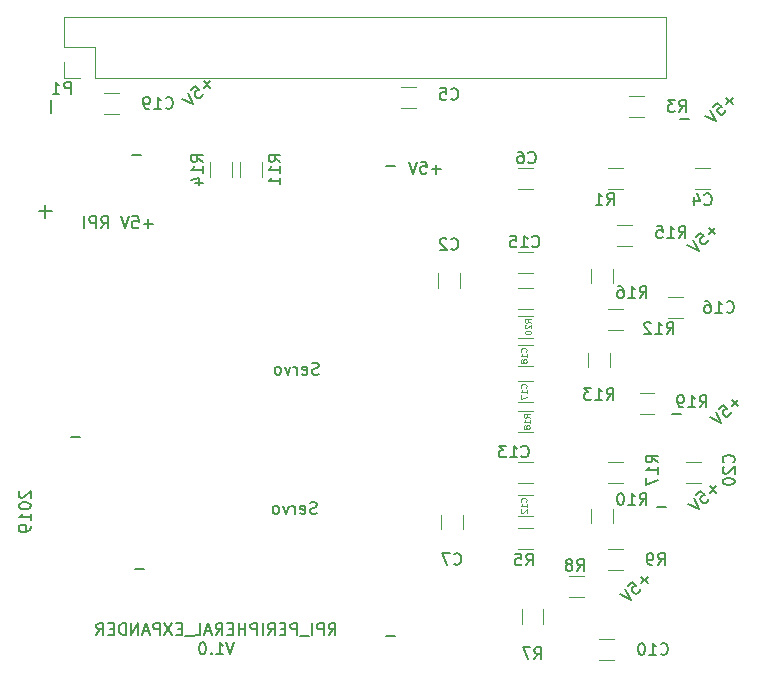
<source format=gbo>
G04 #@! TF.GenerationSoftware,KiCad,Pcbnew,5.1.2-f72e74a~84~ubuntu18.04.1*
G04 #@! TF.CreationDate,2019-08-12T01:15:30+02:00*
G04 #@! TF.ProjectId,RPI_Peripheral_Expander,5250495f-5065-4726-9970-686572616c5f,rev?*
G04 #@! TF.SameCoordinates,Original*
G04 #@! TF.FileFunction,Legend,Bot*
G04 #@! TF.FilePolarity,Positive*
%FSLAX46Y46*%
G04 Gerber Fmt 4.6, Leading zero omitted, Abs format (unit mm)*
G04 Created by KiCad (PCBNEW 5.1.2-f72e74a~84~ubuntu18.04.1) date 2019-08-12 01:15:30*
%MOMM*%
%LPD*%
G04 APERTURE LIST*
%ADD10C,0.150000*%
%ADD11C,0.120000*%
%ADD12C,0.125000*%
G04 APERTURE END LIST*
D10*
X228577942Y-125157161D02*
X228435085Y-125204780D01*
X228196990Y-125204780D01*
X228101752Y-125157161D01*
X228054133Y-125109542D01*
X228006514Y-125014304D01*
X228006514Y-124919066D01*
X228054133Y-124823828D01*
X228101752Y-124776209D01*
X228196990Y-124728590D01*
X228387466Y-124680971D01*
X228482704Y-124633352D01*
X228530323Y-124585733D01*
X228577942Y-124490495D01*
X228577942Y-124395257D01*
X228530323Y-124300019D01*
X228482704Y-124252400D01*
X228387466Y-124204780D01*
X228149371Y-124204780D01*
X228006514Y-124252400D01*
X227196990Y-125157161D02*
X227292228Y-125204780D01*
X227482704Y-125204780D01*
X227577942Y-125157161D01*
X227625561Y-125061923D01*
X227625561Y-124680971D01*
X227577942Y-124585733D01*
X227482704Y-124538114D01*
X227292228Y-124538114D01*
X227196990Y-124585733D01*
X227149371Y-124680971D01*
X227149371Y-124776209D01*
X227625561Y-124871447D01*
X226720800Y-125204780D02*
X226720800Y-124538114D01*
X226720800Y-124728590D02*
X226673180Y-124633352D01*
X226625561Y-124585733D01*
X226530323Y-124538114D01*
X226435085Y-124538114D01*
X226196990Y-124538114D02*
X225958895Y-125204780D01*
X225720800Y-124538114D01*
X225196990Y-125204780D02*
X225292228Y-125157161D01*
X225339847Y-125109542D01*
X225387466Y-125014304D01*
X225387466Y-124728590D01*
X225339847Y-124633352D01*
X225292228Y-124585733D01*
X225196990Y-124538114D01*
X225054133Y-124538114D01*
X224958895Y-124585733D01*
X224911276Y-124633352D01*
X224863657Y-124728590D01*
X224863657Y-125014304D01*
X224911276Y-125109542D01*
X224958895Y-125157161D01*
X225054133Y-125204780D01*
X225196990Y-125204780D01*
X228425542Y-136942761D02*
X228282685Y-136990380D01*
X228044590Y-136990380D01*
X227949352Y-136942761D01*
X227901733Y-136895142D01*
X227854114Y-136799904D01*
X227854114Y-136704666D01*
X227901733Y-136609428D01*
X227949352Y-136561809D01*
X228044590Y-136514190D01*
X228235066Y-136466571D01*
X228330304Y-136418952D01*
X228377923Y-136371333D01*
X228425542Y-136276095D01*
X228425542Y-136180857D01*
X228377923Y-136085619D01*
X228330304Y-136038000D01*
X228235066Y-135990380D01*
X227996971Y-135990380D01*
X227854114Y-136038000D01*
X227044590Y-136942761D02*
X227139828Y-136990380D01*
X227330304Y-136990380D01*
X227425542Y-136942761D01*
X227473161Y-136847523D01*
X227473161Y-136466571D01*
X227425542Y-136371333D01*
X227330304Y-136323714D01*
X227139828Y-136323714D01*
X227044590Y-136371333D01*
X226996971Y-136466571D01*
X226996971Y-136561809D01*
X227473161Y-136657047D01*
X226568400Y-136990380D02*
X226568400Y-136323714D01*
X226568400Y-136514190D02*
X226520780Y-136418952D01*
X226473161Y-136371333D01*
X226377923Y-136323714D01*
X226282685Y-136323714D01*
X226044590Y-136323714D02*
X225806495Y-136990380D01*
X225568400Y-136323714D01*
X225044590Y-136990380D02*
X225139828Y-136942761D01*
X225187447Y-136895142D01*
X225235066Y-136799904D01*
X225235066Y-136514190D01*
X225187447Y-136418952D01*
X225139828Y-136371333D01*
X225044590Y-136323714D01*
X224901733Y-136323714D01*
X224806495Y-136371333D01*
X224758876Y-136418952D01*
X224711257Y-136514190D01*
X224711257Y-136799904D01*
X224758876Y-136895142D01*
X224806495Y-136942761D01*
X224901733Y-136990380D01*
X225044590Y-136990380D01*
X214537961Y-112428628D02*
X213776057Y-112428628D01*
X214157009Y-112809580D02*
X214157009Y-112047676D01*
X212823676Y-111809580D02*
X213299866Y-111809580D01*
X213347485Y-112285771D01*
X213299866Y-112238152D01*
X213204628Y-112190533D01*
X212966533Y-112190533D01*
X212871295Y-112238152D01*
X212823676Y-112285771D01*
X212776057Y-112381009D01*
X212776057Y-112619104D01*
X212823676Y-112714342D01*
X212871295Y-112761961D01*
X212966533Y-112809580D01*
X213204628Y-112809580D01*
X213299866Y-112761961D01*
X213347485Y-112714342D01*
X212490342Y-111809580D02*
X212157009Y-112809580D01*
X211823676Y-111809580D01*
X210157009Y-112809580D02*
X210490342Y-112333390D01*
X210728438Y-112809580D02*
X210728438Y-111809580D01*
X210347485Y-111809580D01*
X210252247Y-111857200D01*
X210204628Y-111904819D01*
X210157009Y-112000057D01*
X210157009Y-112142914D01*
X210204628Y-112238152D01*
X210252247Y-112285771D01*
X210347485Y-112333390D01*
X210728438Y-112333390D01*
X209728438Y-112809580D02*
X209728438Y-111809580D01*
X209347485Y-111809580D01*
X209252247Y-111857200D01*
X209204628Y-111904819D01*
X209157009Y-112000057D01*
X209157009Y-112142914D01*
X209204628Y-112238152D01*
X209252247Y-112285771D01*
X209347485Y-112333390D01*
X209728438Y-112333390D01*
X208728438Y-112809580D02*
X208728438Y-111809580D01*
X213588952Y-106586628D02*
X212827047Y-106586628D01*
X208407352Y-130462628D02*
X207645447Y-130462628D01*
X213792152Y-141689428D02*
X213030247Y-141689428D01*
X235077352Y-107551828D02*
X234315447Y-107551828D01*
X259918552Y-103538628D02*
X259156647Y-103538628D01*
X203306819Y-135077714D02*
X203259200Y-135125333D01*
X203211580Y-135220571D01*
X203211580Y-135458666D01*
X203259200Y-135553904D01*
X203306819Y-135601523D01*
X203402057Y-135649142D01*
X203497295Y-135649142D01*
X203640152Y-135601523D01*
X204211580Y-135030095D01*
X204211580Y-135649142D01*
X203211580Y-136268190D02*
X203211580Y-136363428D01*
X203259200Y-136458666D01*
X203306819Y-136506285D01*
X203402057Y-136553904D01*
X203592533Y-136601523D01*
X203830628Y-136601523D01*
X204021104Y-136553904D01*
X204116342Y-136506285D01*
X204163961Y-136458666D01*
X204211580Y-136363428D01*
X204211580Y-136268190D01*
X204163961Y-136172952D01*
X204116342Y-136125333D01*
X204021104Y-136077714D01*
X203830628Y-136030095D01*
X203592533Y-136030095D01*
X203402057Y-136077714D01*
X203306819Y-136125333D01*
X203259200Y-136172952D01*
X203211580Y-136268190D01*
X204211580Y-137553904D02*
X204211580Y-136982476D01*
X204211580Y-137268190D02*
X203211580Y-137268190D01*
X203354438Y-137172952D01*
X203449676Y-137077714D01*
X203497295Y-136982476D01*
X204211580Y-138030095D02*
X204211580Y-138220571D01*
X204163961Y-138315809D01*
X204116342Y-138363428D01*
X203973485Y-138458666D01*
X203783009Y-138506285D01*
X203402057Y-138506285D01*
X203306819Y-138458666D01*
X203259200Y-138411047D01*
X203211580Y-138315809D01*
X203211580Y-138125333D01*
X203259200Y-138030095D01*
X203306819Y-137982476D01*
X203402057Y-137934857D01*
X203640152Y-137934857D01*
X203735390Y-137982476D01*
X203783009Y-138030095D01*
X203830628Y-138125333D01*
X203830628Y-138315809D01*
X203783009Y-138411047D01*
X203735390Y-138458666D01*
X203640152Y-138506285D01*
X229437409Y-147239780D02*
X229770742Y-146763590D01*
X230008838Y-147239780D02*
X230008838Y-146239780D01*
X229627885Y-146239780D01*
X229532647Y-146287400D01*
X229485028Y-146335019D01*
X229437409Y-146430257D01*
X229437409Y-146573114D01*
X229485028Y-146668352D01*
X229532647Y-146715971D01*
X229627885Y-146763590D01*
X230008838Y-146763590D01*
X229008838Y-147239780D02*
X229008838Y-146239780D01*
X228627885Y-146239780D01*
X228532647Y-146287400D01*
X228485028Y-146335019D01*
X228437409Y-146430257D01*
X228437409Y-146573114D01*
X228485028Y-146668352D01*
X228532647Y-146715971D01*
X228627885Y-146763590D01*
X229008838Y-146763590D01*
X228008838Y-147239780D02*
X228008838Y-146239780D01*
X227770742Y-147335019D02*
X227008838Y-147335019D01*
X226770742Y-147239780D02*
X226770742Y-146239780D01*
X226389790Y-146239780D01*
X226294552Y-146287400D01*
X226246933Y-146335019D01*
X226199314Y-146430257D01*
X226199314Y-146573114D01*
X226246933Y-146668352D01*
X226294552Y-146715971D01*
X226389790Y-146763590D01*
X226770742Y-146763590D01*
X225770742Y-146715971D02*
X225437409Y-146715971D01*
X225294552Y-147239780D02*
X225770742Y-147239780D01*
X225770742Y-146239780D01*
X225294552Y-146239780D01*
X224294552Y-147239780D02*
X224627885Y-146763590D01*
X224865980Y-147239780D02*
X224865980Y-146239780D01*
X224485028Y-146239780D01*
X224389790Y-146287400D01*
X224342171Y-146335019D01*
X224294552Y-146430257D01*
X224294552Y-146573114D01*
X224342171Y-146668352D01*
X224389790Y-146715971D01*
X224485028Y-146763590D01*
X224865980Y-146763590D01*
X223865980Y-147239780D02*
X223865980Y-146239780D01*
X223389790Y-147239780D02*
X223389790Y-146239780D01*
X223008838Y-146239780D01*
X222913600Y-146287400D01*
X222865980Y-146335019D01*
X222818361Y-146430257D01*
X222818361Y-146573114D01*
X222865980Y-146668352D01*
X222913600Y-146715971D01*
X223008838Y-146763590D01*
X223389790Y-146763590D01*
X222389790Y-147239780D02*
X222389790Y-146239780D01*
X222389790Y-146715971D02*
X221818361Y-146715971D01*
X221818361Y-147239780D02*
X221818361Y-146239780D01*
X221342171Y-146715971D02*
X221008838Y-146715971D01*
X220865980Y-147239780D02*
X221342171Y-147239780D01*
X221342171Y-146239780D01*
X220865980Y-146239780D01*
X219865980Y-147239780D02*
X220199314Y-146763590D01*
X220437409Y-147239780D02*
X220437409Y-146239780D01*
X220056457Y-146239780D01*
X219961219Y-146287400D01*
X219913600Y-146335019D01*
X219865980Y-146430257D01*
X219865980Y-146573114D01*
X219913600Y-146668352D01*
X219961219Y-146715971D01*
X220056457Y-146763590D01*
X220437409Y-146763590D01*
X219485028Y-146954066D02*
X219008838Y-146954066D01*
X219580266Y-147239780D02*
X219246933Y-146239780D01*
X218913600Y-147239780D01*
X218104076Y-147239780D02*
X218580266Y-147239780D01*
X218580266Y-146239780D01*
X218008838Y-147335019D02*
X217246933Y-147335019D01*
X217008838Y-146715971D02*
X216675504Y-146715971D01*
X216532647Y-147239780D02*
X217008838Y-147239780D01*
X217008838Y-146239780D01*
X216532647Y-146239780D01*
X216199314Y-146239780D02*
X215532647Y-147239780D01*
X215532647Y-146239780D02*
X216199314Y-147239780D01*
X215151695Y-147239780D02*
X215151695Y-146239780D01*
X214770742Y-146239780D01*
X214675504Y-146287400D01*
X214627885Y-146335019D01*
X214580266Y-146430257D01*
X214580266Y-146573114D01*
X214627885Y-146668352D01*
X214675504Y-146715971D01*
X214770742Y-146763590D01*
X215151695Y-146763590D01*
X214199314Y-146954066D02*
X213723123Y-146954066D01*
X214294552Y-147239780D02*
X213961219Y-146239780D01*
X213627885Y-147239780D01*
X213294552Y-147239780D02*
X213294552Y-146239780D01*
X212723123Y-147239780D01*
X212723123Y-146239780D01*
X212246933Y-147239780D02*
X212246933Y-146239780D01*
X212008838Y-146239780D01*
X211865980Y-146287400D01*
X211770742Y-146382638D01*
X211723123Y-146477876D01*
X211675504Y-146668352D01*
X211675504Y-146811209D01*
X211723123Y-147001685D01*
X211770742Y-147096923D01*
X211865980Y-147192161D01*
X212008838Y-147239780D01*
X212246933Y-147239780D01*
X211246933Y-146715971D02*
X210913600Y-146715971D01*
X210770742Y-147239780D02*
X211246933Y-147239780D01*
X211246933Y-146239780D01*
X210770742Y-146239780D01*
X209770742Y-147239780D02*
X210104076Y-146763590D01*
X210342171Y-147239780D02*
X210342171Y-146239780D01*
X209961219Y-146239780D01*
X209865980Y-146287400D01*
X209818361Y-146335019D01*
X209770742Y-146430257D01*
X209770742Y-146573114D01*
X209818361Y-146668352D01*
X209865980Y-146715971D01*
X209961219Y-146763590D01*
X210342171Y-146763590D01*
X221437409Y-147889780D02*
X221104076Y-148889780D01*
X220770742Y-147889780D01*
X219913600Y-148889780D02*
X220485028Y-148889780D01*
X220199314Y-148889780D02*
X220199314Y-147889780D01*
X220294552Y-148032638D01*
X220389790Y-148127876D01*
X220485028Y-148175495D01*
X219485028Y-148794542D02*
X219437409Y-148842161D01*
X219485028Y-148889780D01*
X219532647Y-148842161D01*
X219485028Y-148794542D01*
X219485028Y-148889780D01*
X218818361Y-147889780D02*
X218723123Y-147889780D01*
X218627885Y-147937400D01*
X218580266Y-147985019D01*
X218532647Y-148080257D01*
X218485028Y-148270733D01*
X218485028Y-148508828D01*
X218532647Y-148699304D01*
X218580266Y-148794542D01*
X218627885Y-148842161D01*
X218723123Y-148889780D01*
X218818361Y-148889780D01*
X218913600Y-148842161D01*
X218961219Y-148794542D01*
X219008838Y-148699304D01*
X219056457Y-148508828D01*
X219056457Y-148270733D01*
X219008838Y-148080257D01*
X218961219Y-147985019D01*
X218913600Y-147937400D01*
X218818361Y-147889780D01*
X235026552Y-147328228D02*
X234264647Y-147328228D01*
X256433244Y-142334170D02*
X255894496Y-142872918D01*
X256433244Y-142872918D02*
X255894496Y-142334170D01*
X254783329Y-143108620D02*
X255120046Y-142771903D01*
X255490435Y-143074948D01*
X255423092Y-143074948D01*
X255322077Y-143108620D01*
X255153718Y-143276979D01*
X255120046Y-143377994D01*
X255120046Y-143445338D01*
X255153718Y-143546353D01*
X255322077Y-143714712D01*
X255423092Y-143748383D01*
X255490435Y-143748383D01*
X255591451Y-143714712D01*
X255759809Y-143546353D01*
X255793481Y-143445338D01*
X255793481Y-143377994D01*
X254547626Y-143344322D02*
X255019031Y-144287131D01*
X254076222Y-143815727D01*
X262224444Y-134663370D02*
X261685696Y-135202118D01*
X262224444Y-135202118D02*
X261685696Y-134663370D01*
X260574529Y-135437820D02*
X260911246Y-135101103D01*
X261281635Y-135404148D01*
X261214292Y-135404148D01*
X261113277Y-135437820D01*
X260944918Y-135606179D01*
X260911246Y-135707194D01*
X260911246Y-135774538D01*
X260944918Y-135875553D01*
X261113277Y-136043912D01*
X261214292Y-136077583D01*
X261281635Y-136077583D01*
X261382651Y-136043912D01*
X261551009Y-135875553D01*
X261584681Y-135774538D01*
X261584681Y-135707194D01*
X260338826Y-135673522D02*
X260810231Y-136616331D01*
X259867422Y-136144927D01*
X258038952Y-136406228D02*
X257277047Y-136406228D01*
X259258152Y-128532228D02*
X258496247Y-128532228D01*
X264104044Y-127348170D02*
X263565296Y-127886918D01*
X264104044Y-127886918D02*
X263565296Y-127348170D01*
X262454129Y-128122620D02*
X262790846Y-127785903D01*
X263161235Y-128088948D01*
X263093892Y-128088948D01*
X262992877Y-128122620D01*
X262824518Y-128290979D01*
X262790846Y-128391994D01*
X262790846Y-128459338D01*
X262824518Y-128560353D01*
X262992877Y-128728712D01*
X263093892Y-128762383D01*
X263161235Y-128762383D01*
X263262251Y-128728712D01*
X263430609Y-128560353D01*
X263464281Y-128459338D01*
X263464281Y-128391994D01*
X262218426Y-128358322D02*
X262689831Y-129301131D01*
X261747022Y-128829727D01*
X262173644Y-112768570D02*
X261634896Y-113307318D01*
X262173644Y-113307318D02*
X261634896Y-112768570D01*
X260523729Y-113543020D02*
X260860446Y-113206303D01*
X261230835Y-113509348D01*
X261163492Y-113509348D01*
X261062477Y-113543020D01*
X260894118Y-113711379D01*
X260860446Y-113812394D01*
X260860446Y-113879738D01*
X260894118Y-113980753D01*
X261062477Y-114149112D01*
X261163492Y-114182783D01*
X261230835Y-114182783D01*
X261331851Y-114149112D01*
X261500209Y-113980753D01*
X261533881Y-113879738D01*
X261533881Y-113812394D01*
X260288026Y-113778722D02*
X260759431Y-114721531D01*
X259816622Y-114250127D01*
X263646844Y-101795770D02*
X263108096Y-102334518D01*
X263646844Y-102334518D02*
X263108096Y-101795770D01*
X261996929Y-102570220D02*
X262333646Y-102233503D01*
X262704035Y-102536548D01*
X262636692Y-102536548D01*
X262535677Y-102570220D01*
X262367318Y-102738579D01*
X262333646Y-102839594D01*
X262333646Y-102906938D01*
X262367318Y-103007953D01*
X262535677Y-103176312D01*
X262636692Y-103209983D01*
X262704035Y-103209983D01*
X262805051Y-103176312D01*
X262973409Y-103007953D01*
X263007081Y-102906938D01*
X263007081Y-102839594D01*
X261761226Y-102805922D02*
X262232631Y-103748731D01*
X261289822Y-103277327D01*
X219400044Y-100373370D02*
X218861296Y-100912118D01*
X219400044Y-100912118D02*
X218861296Y-100373370D01*
X217750129Y-101147820D02*
X218086846Y-100811103D01*
X218457235Y-101114148D01*
X218389892Y-101114148D01*
X218288877Y-101147820D01*
X218120518Y-101316179D01*
X218086846Y-101417194D01*
X218086846Y-101484538D01*
X218120518Y-101585553D01*
X218288877Y-101753912D01*
X218389892Y-101787583D01*
X218457235Y-101787583D01*
X218558251Y-101753912D01*
X218726609Y-101585553D01*
X218760281Y-101484538D01*
X218760281Y-101417194D01*
X217514426Y-101383522D02*
X217985831Y-102326331D01*
X217043022Y-101854927D01*
X238928514Y-107805828D02*
X238166609Y-107805828D01*
X238547561Y-108186780D02*
X238547561Y-107424876D01*
X237214228Y-107186780D02*
X237690419Y-107186780D01*
X237738038Y-107662971D01*
X237690419Y-107615352D01*
X237595180Y-107567733D01*
X237357085Y-107567733D01*
X237261847Y-107615352D01*
X237214228Y-107662971D01*
X237166609Y-107758209D01*
X237166609Y-107996304D01*
X237214228Y-108091542D01*
X237261847Y-108139161D01*
X237357085Y-108186780D01*
X237595180Y-108186780D01*
X237690419Y-108139161D01*
X237738038Y-108091542D01*
X236880895Y-107186780D02*
X236547561Y-108186780D01*
X236214228Y-107186780D01*
D11*
X245495936Y-114800000D02*
X246700064Y-114800000D01*
X245495936Y-116620000D02*
X246700064Y-116620000D01*
X207040000Y-94900000D02*
X207040000Y-97500000D01*
X207040000Y-94900000D02*
X257960000Y-94900000D01*
X257960000Y-94900000D02*
X257960000Y-100100000D01*
X209640000Y-100100000D02*
X257960000Y-100100000D01*
X209640000Y-97500000D02*
X209640000Y-100100000D01*
X207040000Y-97500000D02*
X209640000Y-97500000D01*
X207040000Y-100100000D02*
X208370000Y-100100000D01*
X207040000Y-98770000D02*
X207040000Y-100100000D01*
X238714000Y-117836064D02*
X238714000Y-116631936D01*
X240534000Y-117836064D02*
X240534000Y-116631936D01*
X235589936Y-102650000D02*
X236794064Y-102650000D01*
X235589936Y-100830000D02*
X236794064Y-100830000D01*
X246700064Y-107688000D02*
X245495936Y-107688000D01*
X246700064Y-109508000D02*
X245495936Y-109508000D01*
X240788000Y-137075936D02*
X240788000Y-138280064D01*
X238968000Y-137075936D02*
X238968000Y-138280064D01*
X252353936Y-147566000D02*
X253558064Y-147566000D01*
X252353936Y-149386000D02*
X253558064Y-149386000D01*
X245495936Y-137194000D02*
X246700064Y-137194000D01*
X245495936Y-135374000D02*
X246700064Y-135374000D01*
X245495936Y-132580000D02*
X246700064Y-132580000D01*
X245495936Y-134400000D02*
X246700064Y-134400000D01*
X245495936Y-117848000D02*
X246700064Y-117848000D01*
X245495936Y-119668000D02*
X246700064Y-119668000D01*
X258201936Y-120430000D02*
X259406064Y-120430000D01*
X258201936Y-118610000D02*
X259406064Y-118610000D01*
X245495936Y-127542000D02*
X246700064Y-127542000D01*
X245495936Y-125722000D02*
X246700064Y-125722000D01*
X245495936Y-122674000D02*
X246700064Y-122674000D01*
X245495936Y-124494000D02*
X246700064Y-124494000D01*
X211654064Y-101338000D02*
X210449936Y-101338000D01*
X211654064Y-103158000D02*
X210449936Y-103158000D01*
X259725936Y-134400000D02*
X260930064Y-134400000D01*
X259725936Y-132580000D02*
X260930064Y-132580000D01*
X254326064Y-107688000D02*
X253121936Y-107688000D01*
X254326064Y-109508000D02*
X253121936Y-109508000D01*
X256098064Y-101592000D02*
X254893936Y-101592000D01*
X256098064Y-103412000D02*
X254893936Y-103412000D01*
X245495936Y-138168000D02*
X246700064Y-138168000D01*
X245495936Y-139988000D02*
X246700064Y-139988000D01*
X247595200Y-146284064D02*
X247595200Y-145079936D01*
X245775200Y-146284064D02*
X245775200Y-145079936D01*
X249819936Y-142232000D02*
X251024064Y-142232000D01*
X249819936Y-144052000D02*
X251024064Y-144052000D01*
X254320064Y-141766000D02*
X253115936Y-141766000D01*
X254320064Y-139946000D02*
X253115936Y-139946000D01*
X253488000Y-137778064D02*
X253488000Y-136573936D01*
X251668000Y-137778064D02*
X251668000Y-136573936D01*
X221950000Y-107233936D02*
X221950000Y-108438064D01*
X223770000Y-107233936D02*
X223770000Y-108438064D01*
X254320064Y-121446000D02*
X253115936Y-121446000D01*
X254320064Y-119626000D02*
X253115936Y-119626000D01*
X253234000Y-123365936D02*
X253234000Y-124570064D01*
X251414000Y-123365936D02*
X251414000Y-124570064D01*
X221230000Y-107233936D02*
X221230000Y-108438064D01*
X219410000Y-107233936D02*
X219410000Y-108438064D01*
X255082064Y-112514000D02*
X253877936Y-112514000D01*
X255082064Y-114334000D02*
X253877936Y-114334000D01*
X253488000Y-116247936D02*
X253488000Y-117452064D01*
X251668000Y-116247936D02*
X251668000Y-117452064D01*
X254326064Y-132580000D02*
X253121936Y-132580000D01*
X254326064Y-134400000D02*
X253121936Y-134400000D01*
X246700064Y-130082000D02*
X245495936Y-130082000D01*
X246700064Y-128262000D02*
X245495936Y-128262000D01*
X256987064Y-126738000D02*
X255782936Y-126738000D01*
X256987064Y-128558000D02*
X255782936Y-128558000D01*
X246706064Y-122081000D02*
X245501936Y-122081000D01*
X246706064Y-120261000D02*
X245501936Y-120261000D01*
X260481936Y-109508000D02*
X261686064Y-109508000D01*
X260481936Y-107688000D02*
X261686064Y-107688000D01*
D10*
X246667657Y-114339942D02*
X246715276Y-114387561D01*
X246858133Y-114435180D01*
X246953371Y-114435180D01*
X247096228Y-114387561D01*
X247191466Y-114292323D01*
X247239085Y-114197085D01*
X247286704Y-114006609D01*
X247286704Y-113863752D01*
X247239085Y-113673276D01*
X247191466Y-113578038D01*
X247096228Y-113482800D01*
X246953371Y-113435180D01*
X246858133Y-113435180D01*
X246715276Y-113482800D01*
X246667657Y-113530419D01*
X245715276Y-114435180D02*
X246286704Y-114435180D01*
X246000990Y-114435180D02*
X246000990Y-113435180D01*
X246096228Y-113578038D01*
X246191466Y-113673276D01*
X246286704Y-113720895D01*
X244810514Y-113435180D02*
X245286704Y-113435180D01*
X245334323Y-113911371D01*
X245286704Y-113863752D01*
X245191466Y-113816133D01*
X244953371Y-113816133D01*
X244858133Y-113863752D01*
X244810514Y-113911371D01*
X244762895Y-114006609D01*
X244762895Y-114244704D01*
X244810514Y-114339942D01*
X244858133Y-114387561D01*
X244953371Y-114435180D01*
X245191466Y-114435180D01*
X245286704Y-114387561D01*
X245334323Y-114339942D01*
X207596095Y-101430380D02*
X207596095Y-100430380D01*
X207215142Y-100430380D01*
X207119904Y-100478000D01*
X207072285Y-100525619D01*
X207024666Y-100620857D01*
X207024666Y-100763714D01*
X207072285Y-100858952D01*
X207119904Y-100906571D01*
X207215142Y-100954190D01*
X207596095Y-100954190D01*
X206072285Y-101430380D02*
X206643714Y-101430380D01*
X206358000Y-101430380D02*
X206358000Y-100430380D01*
X206453238Y-100573238D01*
X206548476Y-100668476D01*
X206643714Y-100716095D01*
X239790666Y-114543142D02*
X239838285Y-114590761D01*
X239981142Y-114638380D01*
X240076380Y-114638380D01*
X240219238Y-114590761D01*
X240314476Y-114495523D01*
X240362095Y-114400285D01*
X240409714Y-114209809D01*
X240409714Y-114066952D01*
X240362095Y-113876476D01*
X240314476Y-113781238D01*
X240219238Y-113686000D01*
X240076380Y-113638380D01*
X239981142Y-113638380D01*
X239838285Y-113686000D01*
X239790666Y-113733619D01*
X239409714Y-113733619D02*
X239362095Y-113686000D01*
X239266857Y-113638380D01*
X239028761Y-113638380D01*
X238933523Y-113686000D01*
X238885904Y-113733619D01*
X238838285Y-113828857D01*
X238838285Y-113924095D01*
X238885904Y-114066952D01*
X239457333Y-114638380D01*
X238838285Y-114638380D01*
X239790666Y-101843142D02*
X239838285Y-101890761D01*
X239981142Y-101938380D01*
X240076380Y-101938380D01*
X240219238Y-101890761D01*
X240314476Y-101795523D01*
X240362095Y-101700285D01*
X240409714Y-101509809D01*
X240409714Y-101366952D01*
X240362095Y-101176476D01*
X240314476Y-101081238D01*
X240219238Y-100986000D01*
X240076380Y-100938380D01*
X239981142Y-100938380D01*
X239838285Y-100986000D01*
X239790666Y-101033619D01*
X238885904Y-100938380D02*
X239362095Y-100938380D01*
X239409714Y-101414571D01*
X239362095Y-101366952D01*
X239266857Y-101319333D01*
X239028761Y-101319333D01*
X238933523Y-101366952D01*
X238885904Y-101414571D01*
X238838285Y-101509809D01*
X238838285Y-101747904D01*
X238885904Y-101843142D01*
X238933523Y-101890761D01*
X239028761Y-101938380D01*
X239266857Y-101938380D01*
X239362095Y-101890761D01*
X239409714Y-101843142D01*
X246343866Y-107227942D02*
X246391485Y-107275561D01*
X246534342Y-107323180D01*
X246629580Y-107323180D01*
X246772438Y-107275561D01*
X246867676Y-107180323D01*
X246915295Y-107085085D01*
X246962914Y-106894609D01*
X246962914Y-106751752D01*
X246915295Y-106561276D01*
X246867676Y-106466038D01*
X246772438Y-106370800D01*
X246629580Y-106323180D01*
X246534342Y-106323180D01*
X246391485Y-106370800D01*
X246343866Y-106418419D01*
X245486723Y-106323180D02*
X245677200Y-106323180D01*
X245772438Y-106370800D01*
X245820057Y-106418419D01*
X245915295Y-106561276D01*
X245962914Y-106751752D01*
X245962914Y-107132704D01*
X245915295Y-107227942D01*
X245867676Y-107275561D01*
X245772438Y-107323180D01*
X245581961Y-107323180D01*
X245486723Y-107275561D01*
X245439104Y-107227942D01*
X245391485Y-107132704D01*
X245391485Y-106894609D01*
X245439104Y-106799371D01*
X245486723Y-106751752D01*
X245581961Y-106704133D01*
X245772438Y-106704133D01*
X245867676Y-106751752D01*
X245915295Y-106799371D01*
X245962914Y-106894609D01*
X240044666Y-141213142D02*
X240092285Y-141260761D01*
X240235142Y-141308380D01*
X240330380Y-141308380D01*
X240473238Y-141260761D01*
X240568476Y-141165523D01*
X240616095Y-141070285D01*
X240663714Y-140879809D01*
X240663714Y-140736952D01*
X240616095Y-140546476D01*
X240568476Y-140451238D01*
X240473238Y-140356000D01*
X240330380Y-140308380D01*
X240235142Y-140308380D01*
X240092285Y-140356000D01*
X240044666Y-140403619D01*
X239711333Y-140308380D02*
X239044666Y-140308380D01*
X239473238Y-141308380D01*
X257538857Y-148833142D02*
X257586476Y-148880761D01*
X257729333Y-148928380D01*
X257824571Y-148928380D01*
X257967428Y-148880761D01*
X258062666Y-148785523D01*
X258110285Y-148690285D01*
X258157904Y-148499809D01*
X258157904Y-148356952D01*
X258110285Y-148166476D01*
X258062666Y-148071238D01*
X257967428Y-147976000D01*
X257824571Y-147928380D01*
X257729333Y-147928380D01*
X257586476Y-147976000D01*
X257538857Y-148023619D01*
X256586476Y-148928380D02*
X257157904Y-148928380D01*
X256872190Y-148928380D02*
X256872190Y-147928380D01*
X256967428Y-148071238D01*
X257062666Y-148166476D01*
X257157904Y-148214095D01*
X255967428Y-147928380D02*
X255872190Y-147928380D01*
X255776952Y-147976000D01*
X255729333Y-148023619D01*
X255681714Y-148118857D01*
X255634095Y-148309333D01*
X255634095Y-148547428D01*
X255681714Y-148737904D01*
X255729333Y-148833142D01*
X255776952Y-148880761D01*
X255872190Y-148928380D01*
X255967428Y-148928380D01*
X256062666Y-148880761D01*
X256110285Y-148833142D01*
X256157904Y-148737904D01*
X256205523Y-148547428D01*
X256205523Y-148309333D01*
X256157904Y-148118857D01*
X256110285Y-148023619D01*
X256062666Y-147976000D01*
X255967428Y-147928380D01*
D12*
X246152571Y-135962571D02*
X246176380Y-135938761D01*
X246200190Y-135867333D01*
X246200190Y-135819714D01*
X246176380Y-135748285D01*
X246128761Y-135700666D01*
X246081142Y-135676857D01*
X245985904Y-135653047D01*
X245914476Y-135653047D01*
X245819238Y-135676857D01*
X245771619Y-135700666D01*
X245724000Y-135748285D01*
X245700190Y-135819714D01*
X245700190Y-135867333D01*
X245724000Y-135938761D01*
X245747809Y-135962571D01*
X246200190Y-136438761D02*
X246200190Y-136153047D01*
X246200190Y-136295904D02*
X245700190Y-136295904D01*
X245771619Y-136248285D01*
X245819238Y-136200666D01*
X245843047Y-136153047D01*
X245747809Y-136629238D02*
X245724000Y-136653047D01*
X245700190Y-136700666D01*
X245700190Y-136819714D01*
X245724000Y-136867333D01*
X245747809Y-136891142D01*
X245795428Y-136914952D01*
X245843047Y-136914952D01*
X245914476Y-136891142D01*
X246200190Y-136605428D01*
X246200190Y-136914952D01*
D10*
X245753257Y-132119942D02*
X245800876Y-132167561D01*
X245943733Y-132215180D01*
X246038971Y-132215180D01*
X246181828Y-132167561D01*
X246277066Y-132072323D01*
X246324685Y-131977085D01*
X246372304Y-131786609D01*
X246372304Y-131643752D01*
X246324685Y-131453276D01*
X246277066Y-131358038D01*
X246181828Y-131262800D01*
X246038971Y-131215180D01*
X245943733Y-131215180D01*
X245800876Y-131262800D01*
X245753257Y-131310419D01*
X244800876Y-132215180D02*
X245372304Y-132215180D01*
X245086590Y-132215180D02*
X245086590Y-131215180D01*
X245181828Y-131358038D01*
X245277066Y-131453276D01*
X245372304Y-131500895D01*
X244467542Y-131215180D02*
X243848495Y-131215180D01*
X244181828Y-131596133D01*
X244038971Y-131596133D01*
X243943733Y-131643752D01*
X243896114Y-131691371D01*
X243848495Y-131786609D01*
X243848495Y-132024704D01*
X243896114Y-132119942D01*
X243943733Y-132167561D01*
X244038971Y-132215180D01*
X244324685Y-132215180D01*
X244419923Y-132167561D01*
X244467542Y-132119942D01*
X263126857Y-119877142D02*
X263174476Y-119924761D01*
X263317333Y-119972380D01*
X263412571Y-119972380D01*
X263555428Y-119924761D01*
X263650666Y-119829523D01*
X263698285Y-119734285D01*
X263745904Y-119543809D01*
X263745904Y-119400952D01*
X263698285Y-119210476D01*
X263650666Y-119115238D01*
X263555428Y-119020000D01*
X263412571Y-118972380D01*
X263317333Y-118972380D01*
X263174476Y-119020000D01*
X263126857Y-119067619D01*
X262174476Y-119972380D02*
X262745904Y-119972380D01*
X262460190Y-119972380D02*
X262460190Y-118972380D01*
X262555428Y-119115238D01*
X262650666Y-119210476D01*
X262745904Y-119258095D01*
X261317333Y-118972380D02*
X261507809Y-118972380D01*
X261603047Y-119020000D01*
X261650666Y-119067619D01*
X261745904Y-119210476D01*
X261793523Y-119400952D01*
X261793523Y-119781904D01*
X261745904Y-119877142D01*
X261698285Y-119924761D01*
X261603047Y-119972380D01*
X261412571Y-119972380D01*
X261317333Y-119924761D01*
X261269714Y-119877142D01*
X261222095Y-119781904D01*
X261222095Y-119543809D01*
X261269714Y-119448571D01*
X261317333Y-119400952D01*
X261412571Y-119353333D01*
X261603047Y-119353333D01*
X261698285Y-119400952D01*
X261745904Y-119448571D01*
X261793523Y-119543809D01*
D12*
X246152571Y-126310571D02*
X246176380Y-126286761D01*
X246200190Y-126215333D01*
X246200190Y-126167714D01*
X246176380Y-126096285D01*
X246128761Y-126048666D01*
X246081142Y-126024857D01*
X245985904Y-126001047D01*
X245914476Y-126001047D01*
X245819238Y-126024857D01*
X245771619Y-126048666D01*
X245724000Y-126096285D01*
X245700190Y-126167714D01*
X245700190Y-126215333D01*
X245724000Y-126286761D01*
X245747809Y-126310571D01*
X246200190Y-126786761D02*
X246200190Y-126501047D01*
X246200190Y-126643904D02*
X245700190Y-126643904D01*
X245771619Y-126596285D01*
X245819238Y-126548666D01*
X245843047Y-126501047D01*
X245700190Y-126953428D02*
X245700190Y-127286761D01*
X246200190Y-127072476D01*
X246152571Y-123262571D02*
X246176380Y-123238761D01*
X246200190Y-123167333D01*
X246200190Y-123119714D01*
X246176380Y-123048285D01*
X246128761Y-123000666D01*
X246081142Y-122976857D01*
X245985904Y-122953047D01*
X245914476Y-122953047D01*
X245819238Y-122976857D01*
X245771619Y-123000666D01*
X245724000Y-123048285D01*
X245700190Y-123119714D01*
X245700190Y-123167333D01*
X245724000Y-123238761D01*
X245747809Y-123262571D01*
X246200190Y-123738761D02*
X246200190Y-123453047D01*
X246200190Y-123595904D02*
X245700190Y-123595904D01*
X245771619Y-123548285D01*
X245819238Y-123500666D01*
X245843047Y-123453047D01*
X245914476Y-124024476D02*
X245890666Y-123976857D01*
X245866857Y-123953047D01*
X245819238Y-123929238D01*
X245795428Y-123929238D01*
X245747809Y-123953047D01*
X245724000Y-123976857D01*
X245700190Y-124024476D01*
X245700190Y-124119714D01*
X245724000Y-124167333D01*
X245747809Y-124191142D01*
X245795428Y-124214952D01*
X245819238Y-124214952D01*
X245866857Y-124191142D01*
X245890666Y-124167333D01*
X245914476Y-124119714D01*
X245914476Y-124024476D01*
X245938285Y-123976857D01*
X245962095Y-123953047D01*
X246009714Y-123929238D01*
X246104952Y-123929238D01*
X246152571Y-123953047D01*
X246176380Y-123976857D01*
X246200190Y-124024476D01*
X246200190Y-124119714D01*
X246176380Y-124167333D01*
X246152571Y-124191142D01*
X246104952Y-124214952D01*
X246009714Y-124214952D01*
X245962095Y-124191142D01*
X245938285Y-124167333D01*
X245914476Y-124119714D01*
D10*
X215628857Y-102605142D02*
X215676476Y-102652761D01*
X215819333Y-102700380D01*
X215914571Y-102700380D01*
X216057428Y-102652761D01*
X216152666Y-102557523D01*
X216200285Y-102462285D01*
X216247904Y-102271809D01*
X216247904Y-102128952D01*
X216200285Y-101938476D01*
X216152666Y-101843238D01*
X216057428Y-101748000D01*
X215914571Y-101700380D01*
X215819333Y-101700380D01*
X215676476Y-101748000D01*
X215628857Y-101795619D01*
X214676476Y-102700380D02*
X215247904Y-102700380D01*
X214962190Y-102700380D02*
X214962190Y-101700380D01*
X215057428Y-101843238D01*
X215152666Y-101938476D01*
X215247904Y-101986095D01*
X214200285Y-102700380D02*
X214009809Y-102700380D01*
X213914571Y-102652761D01*
X213866952Y-102605142D01*
X213771714Y-102462285D01*
X213724095Y-102271809D01*
X213724095Y-101890857D01*
X213771714Y-101795619D01*
X213819333Y-101748000D01*
X213914571Y-101700380D01*
X214105047Y-101700380D01*
X214200285Y-101748000D01*
X214247904Y-101795619D01*
X214295523Y-101890857D01*
X214295523Y-102128952D01*
X214247904Y-102224190D01*
X214200285Y-102271809D01*
X214105047Y-102319428D01*
X213914571Y-102319428D01*
X213819333Y-102271809D01*
X213771714Y-102224190D01*
X213724095Y-102128952D01*
X263704742Y-132643942D02*
X263752361Y-132596323D01*
X263799980Y-132453466D01*
X263799980Y-132358228D01*
X263752361Y-132215371D01*
X263657123Y-132120133D01*
X263561885Y-132072514D01*
X263371409Y-132024895D01*
X263228552Y-132024895D01*
X263038076Y-132072514D01*
X262942838Y-132120133D01*
X262847600Y-132215371D01*
X262799980Y-132358228D01*
X262799980Y-132453466D01*
X262847600Y-132596323D01*
X262895219Y-132643942D01*
X262895219Y-133024895D02*
X262847600Y-133072514D01*
X262799980Y-133167752D01*
X262799980Y-133405847D01*
X262847600Y-133501085D01*
X262895219Y-133548704D01*
X262990457Y-133596323D01*
X263085695Y-133596323D01*
X263228552Y-133548704D01*
X263799980Y-132977276D01*
X263799980Y-133596323D01*
X262799980Y-134215371D02*
X262799980Y-134310609D01*
X262847600Y-134405847D01*
X262895219Y-134453466D01*
X262990457Y-134501085D01*
X263180933Y-134548704D01*
X263419028Y-134548704D01*
X263609504Y-134501085D01*
X263704742Y-134453466D01*
X263752361Y-134405847D01*
X263799980Y-134310609D01*
X263799980Y-134215371D01*
X263752361Y-134120133D01*
X263704742Y-134072514D01*
X263609504Y-134024895D01*
X263419028Y-133977276D01*
X263180933Y-133977276D01*
X262990457Y-134024895D01*
X262895219Y-134072514D01*
X262847600Y-134120133D01*
X262799980Y-134215371D01*
X205949142Y-103073428D02*
X205949142Y-101930571D01*
X205441142Y-111963428D02*
X205441142Y-110820571D01*
X206012571Y-111392000D02*
X204869714Y-111392000D01*
X252998666Y-110828380D02*
X253332000Y-110352190D01*
X253570095Y-110828380D02*
X253570095Y-109828380D01*
X253189142Y-109828380D01*
X253093904Y-109876000D01*
X253046285Y-109923619D01*
X252998666Y-110018857D01*
X252998666Y-110161714D01*
X253046285Y-110256952D01*
X253093904Y-110304571D01*
X253189142Y-110352190D01*
X253570095Y-110352190D01*
X252046285Y-110828380D02*
X252617714Y-110828380D01*
X252332000Y-110828380D02*
X252332000Y-109828380D01*
X252427238Y-109971238D01*
X252522476Y-110066476D01*
X252617714Y-110114095D01*
X259094666Y-102954380D02*
X259428000Y-102478190D01*
X259666095Y-102954380D02*
X259666095Y-101954380D01*
X259285142Y-101954380D01*
X259189904Y-102002000D01*
X259142285Y-102049619D01*
X259094666Y-102144857D01*
X259094666Y-102287714D01*
X259142285Y-102382952D01*
X259189904Y-102430571D01*
X259285142Y-102478190D01*
X259666095Y-102478190D01*
X258761333Y-101954380D02*
X258142285Y-101954380D01*
X258475619Y-102335333D01*
X258332761Y-102335333D01*
X258237523Y-102382952D01*
X258189904Y-102430571D01*
X258142285Y-102525809D01*
X258142285Y-102763904D01*
X258189904Y-102859142D01*
X258237523Y-102906761D01*
X258332761Y-102954380D01*
X258618476Y-102954380D01*
X258713714Y-102906761D01*
X258761333Y-102859142D01*
X246140666Y-141359180D02*
X246474000Y-140882990D01*
X246712095Y-141359180D02*
X246712095Y-140359180D01*
X246331142Y-140359180D01*
X246235904Y-140406800D01*
X246188285Y-140454419D01*
X246140666Y-140549657D01*
X246140666Y-140692514D01*
X246188285Y-140787752D01*
X246235904Y-140835371D01*
X246331142Y-140882990D01*
X246712095Y-140882990D01*
X245235904Y-140359180D02*
X245712095Y-140359180D01*
X245759714Y-140835371D01*
X245712095Y-140787752D01*
X245616857Y-140740133D01*
X245378761Y-140740133D01*
X245283523Y-140787752D01*
X245235904Y-140835371D01*
X245188285Y-140930609D01*
X245188285Y-141168704D01*
X245235904Y-141263942D01*
X245283523Y-141311561D01*
X245378761Y-141359180D01*
X245616857Y-141359180D01*
X245712095Y-141311561D01*
X245759714Y-141263942D01*
X246851866Y-149306380D02*
X247185200Y-148830190D01*
X247423295Y-149306380D02*
X247423295Y-148306380D01*
X247042342Y-148306380D01*
X246947104Y-148354000D01*
X246899485Y-148401619D01*
X246851866Y-148496857D01*
X246851866Y-148639714D01*
X246899485Y-148734952D01*
X246947104Y-148782571D01*
X247042342Y-148830190D01*
X247423295Y-148830190D01*
X246518533Y-148306380D02*
X245851866Y-148306380D01*
X246280438Y-149306380D01*
X250458666Y-141816380D02*
X250792000Y-141340190D01*
X251030095Y-141816380D02*
X251030095Y-140816380D01*
X250649142Y-140816380D01*
X250553904Y-140864000D01*
X250506285Y-140911619D01*
X250458666Y-141006857D01*
X250458666Y-141149714D01*
X250506285Y-141244952D01*
X250553904Y-141292571D01*
X250649142Y-141340190D01*
X251030095Y-141340190D01*
X249887238Y-141244952D02*
X249982476Y-141197333D01*
X250030095Y-141149714D01*
X250077714Y-141054476D01*
X250077714Y-141006857D01*
X250030095Y-140911619D01*
X249982476Y-140864000D01*
X249887238Y-140816380D01*
X249696761Y-140816380D01*
X249601523Y-140864000D01*
X249553904Y-140911619D01*
X249506285Y-141006857D01*
X249506285Y-141054476D01*
X249553904Y-141149714D01*
X249601523Y-141197333D01*
X249696761Y-141244952D01*
X249887238Y-141244952D01*
X249982476Y-141292571D01*
X250030095Y-141340190D01*
X250077714Y-141435428D01*
X250077714Y-141625904D01*
X250030095Y-141721142D01*
X249982476Y-141768761D01*
X249887238Y-141816380D01*
X249696761Y-141816380D01*
X249601523Y-141768761D01*
X249553904Y-141721142D01*
X249506285Y-141625904D01*
X249506285Y-141435428D01*
X249553904Y-141340190D01*
X249601523Y-141292571D01*
X249696761Y-141244952D01*
X257316666Y-141308380D02*
X257650000Y-140832190D01*
X257888095Y-141308380D02*
X257888095Y-140308380D01*
X257507142Y-140308380D01*
X257411904Y-140356000D01*
X257364285Y-140403619D01*
X257316666Y-140498857D01*
X257316666Y-140641714D01*
X257364285Y-140736952D01*
X257411904Y-140784571D01*
X257507142Y-140832190D01*
X257888095Y-140832190D01*
X256840476Y-141308380D02*
X256650000Y-141308380D01*
X256554761Y-141260761D01*
X256507142Y-141213142D01*
X256411904Y-141070285D01*
X256364285Y-140879809D01*
X256364285Y-140498857D01*
X256411904Y-140403619D01*
X256459523Y-140356000D01*
X256554761Y-140308380D01*
X256745238Y-140308380D01*
X256840476Y-140356000D01*
X256888095Y-140403619D01*
X256935714Y-140498857D01*
X256935714Y-140736952D01*
X256888095Y-140832190D01*
X256840476Y-140879809D01*
X256745238Y-140927428D01*
X256554761Y-140927428D01*
X256459523Y-140879809D01*
X256411904Y-140832190D01*
X256364285Y-140736952D01*
X255760857Y-136228380D02*
X256094190Y-135752190D01*
X256332285Y-136228380D02*
X256332285Y-135228380D01*
X255951333Y-135228380D01*
X255856095Y-135276000D01*
X255808476Y-135323619D01*
X255760857Y-135418857D01*
X255760857Y-135561714D01*
X255808476Y-135656952D01*
X255856095Y-135704571D01*
X255951333Y-135752190D01*
X256332285Y-135752190D01*
X254808476Y-136228380D02*
X255379904Y-136228380D01*
X255094190Y-136228380D02*
X255094190Y-135228380D01*
X255189428Y-135371238D01*
X255284666Y-135466476D01*
X255379904Y-135514095D01*
X254189428Y-135228380D02*
X254094190Y-135228380D01*
X253998952Y-135276000D01*
X253951333Y-135323619D01*
X253903714Y-135418857D01*
X253856095Y-135609333D01*
X253856095Y-135847428D01*
X253903714Y-136037904D01*
X253951333Y-136133142D01*
X253998952Y-136180761D01*
X254094190Y-136228380D01*
X254189428Y-136228380D01*
X254284666Y-136180761D01*
X254332285Y-136133142D01*
X254379904Y-136037904D01*
X254427523Y-135847428D01*
X254427523Y-135609333D01*
X254379904Y-135418857D01*
X254332285Y-135323619D01*
X254284666Y-135276000D01*
X254189428Y-135228380D01*
X225344380Y-107193142D02*
X224868190Y-106859809D01*
X225344380Y-106621714D02*
X224344380Y-106621714D01*
X224344380Y-107002666D01*
X224392000Y-107097904D01*
X224439619Y-107145523D01*
X224534857Y-107193142D01*
X224677714Y-107193142D01*
X224772952Y-107145523D01*
X224820571Y-107097904D01*
X224868190Y-107002666D01*
X224868190Y-106621714D01*
X225344380Y-108145523D02*
X225344380Y-107574095D01*
X225344380Y-107859809D02*
X224344380Y-107859809D01*
X224487238Y-107764571D01*
X224582476Y-107669333D01*
X224630095Y-107574095D01*
X225344380Y-109097904D02*
X225344380Y-108526476D01*
X225344380Y-108812190D02*
X224344380Y-108812190D01*
X224487238Y-108716952D01*
X224582476Y-108621714D01*
X224630095Y-108526476D01*
X258046857Y-121750380D02*
X258380190Y-121274190D01*
X258618285Y-121750380D02*
X258618285Y-120750380D01*
X258237333Y-120750380D01*
X258142095Y-120798000D01*
X258094476Y-120845619D01*
X258046857Y-120940857D01*
X258046857Y-121083714D01*
X258094476Y-121178952D01*
X258142095Y-121226571D01*
X258237333Y-121274190D01*
X258618285Y-121274190D01*
X257094476Y-121750380D02*
X257665904Y-121750380D01*
X257380190Y-121750380D02*
X257380190Y-120750380D01*
X257475428Y-120893238D01*
X257570666Y-120988476D01*
X257665904Y-121036095D01*
X256713523Y-120845619D02*
X256665904Y-120798000D01*
X256570666Y-120750380D01*
X256332571Y-120750380D01*
X256237333Y-120798000D01*
X256189714Y-120845619D01*
X256142095Y-120940857D01*
X256142095Y-121036095D01*
X256189714Y-121178952D01*
X256761142Y-121750380D01*
X256142095Y-121750380D01*
X252966857Y-127338380D02*
X253300190Y-126862190D01*
X253538285Y-127338380D02*
X253538285Y-126338380D01*
X253157333Y-126338380D01*
X253062095Y-126386000D01*
X253014476Y-126433619D01*
X252966857Y-126528857D01*
X252966857Y-126671714D01*
X253014476Y-126766952D01*
X253062095Y-126814571D01*
X253157333Y-126862190D01*
X253538285Y-126862190D01*
X252014476Y-127338380D02*
X252585904Y-127338380D01*
X252300190Y-127338380D02*
X252300190Y-126338380D01*
X252395428Y-126481238D01*
X252490666Y-126576476D01*
X252585904Y-126624095D01*
X251681142Y-126338380D02*
X251062095Y-126338380D01*
X251395428Y-126719333D01*
X251252571Y-126719333D01*
X251157333Y-126766952D01*
X251109714Y-126814571D01*
X251062095Y-126909809D01*
X251062095Y-127147904D01*
X251109714Y-127243142D01*
X251157333Y-127290761D01*
X251252571Y-127338380D01*
X251538285Y-127338380D01*
X251633523Y-127290761D01*
X251681142Y-127243142D01*
X218791180Y-107193142D02*
X218314990Y-106859809D01*
X218791180Y-106621714D02*
X217791180Y-106621714D01*
X217791180Y-107002666D01*
X217838800Y-107097904D01*
X217886419Y-107145523D01*
X217981657Y-107193142D01*
X218124514Y-107193142D01*
X218219752Y-107145523D01*
X218267371Y-107097904D01*
X218314990Y-107002666D01*
X218314990Y-106621714D01*
X218791180Y-108145523D02*
X218791180Y-107574095D01*
X218791180Y-107859809D02*
X217791180Y-107859809D01*
X217934038Y-107764571D01*
X218029276Y-107669333D01*
X218076895Y-107574095D01*
X218124514Y-109002666D02*
X218791180Y-109002666D01*
X217743561Y-108764571D02*
X218457847Y-108526476D01*
X218457847Y-109145523D01*
X259062857Y-113622380D02*
X259396190Y-113146190D01*
X259634285Y-113622380D02*
X259634285Y-112622380D01*
X259253333Y-112622380D01*
X259158095Y-112670000D01*
X259110476Y-112717619D01*
X259062857Y-112812857D01*
X259062857Y-112955714D01*
X259110476Y-113050952D01*
X259158095Y-113098571D01*
X259253333Y-113146190D01*
X259634285Y-113146190D01*
X258110476Y-113622380D02*
X258681904Y-113622380D01*
X258396190Y-113622380D02*
X258396190Y-112622380D01*
X258491428Y-112765238D01*
X258586666Y-112860476D01*
X258681904Y-112908095D01*
X257205714Y-112622380D02*
X257681904Y-112622380D01*
X257729523Y-113098571D01*
X257681904Y-113050952D01*
X257586666Y-113003333D01*
X257348571Y-113003333D01*
X257253333Y-113050952D01*
X257205714Y-113098571D01*
X257158095Y-113193809D01*
X257158095Y-113431904D01*
X257205714Y-113527142D01*
X257253333Y-113574761D01*
X257348571Y-113622380D01*
X257586666Y-113622380D01*
X257681904Y-113574761D01*
X257729523Y-113527142D01*
X255760857Y-118702380D02*
X256094190Y-118226190D01*
X256332285Y-118702380D02*
X256332285Y-117702380D01*
X255951333Y-117702380D01*
X255856095Y-117750000D01*
X255808476Y-117797619D01*
X255760857Y-117892857D01*
X255760857Y-118035714D01*
X255808476Y-118130952D01*
X255856095Y-118178571D01*
X255951333Y-118226190D01*
X256332285Y-118226190D01*
X254808476Y-118702380D02*
X255379904Y-118702380D01*
X255094190Y-118702380D02*
X255094190Y-117702380D01*
X255189428Y-117845238D01*
X255284666Y-117940476D01*
X255379904Y-117988095D01*
X253951333Y-117702380D02*
X254141809Y-117702380D01*
X254237047Y-117750000D01*
X254284666Y-117797619D01*
X254379904Y-117940476D01*
X254427523Y-118130952D01*
X254427523Y-118511904D01*
X254379904Y-118607142D01*
X254332285Y-118654761D01*
X254237047Y-118702380D01*
X254046571Y-118702380D01*
X253951333Y-118654761D01*
X253903714Y-118607142D01*
X253856095Y-118511904D01*
X253856095Y-118273809D01*
X253903714Y-118178571D01*
X253951333Y-118130952D01*
X254046571Y-118083333D01*
X254237047Y-118083333D01*
X254332285Y-118130952D01*
X254379904Y-118178571D01*
X254427523Y-118273809D01*
X257297580Y-132643942D02*
X256821390Y-132310609D01*
X257297580Y-132072514D02*
X256297580Y-132072514D01*
X256297580Y-132453466D01*
X256345200Y-132548704D01*
X256392819Y-132596323D01*
X256488057Y-132643942D01*
X256630914Y-132643942D01*
X256726152Y-132596323D01*
X256773771Y-132548704D01*
X256821390Y-132453466D01*
X256821390Y-132072514D01*
X257297580Y-133596323D02*
X257297580Y-133024895D01*
X257297580Y-133310609D02*
X256297580Y-133310609D01*
X256440438Y-133215371D01*
X256535676Y-133120133D01*
X256583295Y-133024895D01*
X256297580Y-133929657D02*
X256297580Y-134596323D01*
X257297580Y-134167752D01*
D12*
X246454190Y-128850571D02*
X246216095Y-128683904D01*
X246454190Y-128564857D02*
X245954190Y-128564857D01*
X245954190Y-128755333D01*
X245978000Y-128802952D01*
X246001809Y-128826761D01*
X246049428Y-128850571D01*
X246120857Y-128850571D01*
X246168476Y-128826761D01*
X246192285Y-128802952D01*
X246216095Y-128755333D01*
X246216095Y-128564857D01*
X246454190Y-129326761D02*
X246454190Y-129041047D01*
X246454190Y-129183904D02*
X245954190Y-129183904D01*
X246025619Y-129136285D01*
X246073238Y-129088666D01*
X246097047Y-129041047D01*
X246168476Y-129612476D02*
X246144666Y-129564857D01*
X246120857Y-129541047D01*
X246073238Y-129517238D01*
X246049428Y-129517238D01*
X246001809Y-129541047D01*
X245978000Y-129564857D01*
X245954190Y-129612476D01*
X245954190Y-129707714D01*
X245978000Y-129755333D01*
X246001809Y-129779142D01*
X246049428Y-129802952D01*
X246073238Y-129802952D01*
X246120857Y-129779142D01*
X246144666Y-129755333D01*
X246168476Y-129707714D01*
X246168476Y-129612476D01*
X246192285Y-129564857D01*
X246216095Y-129541047D01*
X246263714Y-129517238D01*
X246358952Y-129517238D01*
X246406571Y-129541047D01*
X246430380Y-129564857D01*
X246454190Y-129612476D01*
X246454190Y-129707714D01*
X246430380Y-129755333D01*
X246406571Y-129779142D01*
X246358952Y-129802952D01*
X246263714Y-129802952D01*
X246216095Y-129779142D01*
X246192285Y-129755333D01*
X246168476Y-129707714D01*
D10*
X260840857Y-127973380D02*
X261174190Y-127497190D01*
X261412285Y-127973380D02*
X261412285Y-126973380D01*
X261031333Y-126973380D01*
X260936095Y-127021000D01*
X260888476Y-127068619D01*
X260840857Y-127163857D01*
X260840857Y-127306714D01*
X260888476Y-127401952D01*
X260936095Y-127449571D01*
X261031333Y-127497190D01*
X261412285Y-127497190D01*
X259888476Y-127973380D02*
X260459904Y-127973380D01*
X260174190Y-127973380D02*
X260174190Y-126973380D01*
X260269428Y-127116238D01*
X260364666Y-127211476D01*
X260459904Y-127259095D01*
X259412285Y-127973380D02*
X259221809Y-127973380D01*
X259126571Y-127925761D01*
X259078952Y-127878142D01*
X258983714Y-127735285D01*
X258936095Y-127544809D01*
X258936095Y-127163857D01*
X258983714Y-127068619D01*
X259031333Y-127021000D01*
X259126571Y-126973380D01*
X259317047Y-126973380D01*
X259412285Y-127021000D01*
X259459904Y-127068619D01*
X259507523Y-127163857D01*
X259507523Y-127401952D01*
X259459904Y-127497190D01*
X259412285Y-127544809D01*
X259317047Y-127592428D01*
X259126571Y-127592428D01*
X259031333Y-127544809D01*
X258983714Y-127497190D01*
X258936095Y-127401952D01*
D12*
X246555790Y-120824171D02*
X246317695Y-120657504D01*
X246555790Y-120538457D02*
X246055790Y-120538457D01*
X246055790Y-120728933D01*
X246079600Y-120776552D01*
X246103409Y-120800361D01*
X246151028Y-120824171D01*
X246222457Y-120824171D01*
X246270076Y-120800361D01*
X246293885Y-120776552D01*
X246317695Y-120728933D01*
X246317695Y-120538457D01*
X246103409Y-121014647D02*
X246079600Y-121038457D01*
X246055790Y-121086076D01*
X246055790Y-121205123D01*
X246079600Y-121252742D01*
X246103409Y-121276552D01*
X246151028Y-121300361D01*
X246198647Y-121300361D01*
X246270076Y-121276552D01*
X246555790Y-120990838D01*
X246555790Y-121300361D01*
X246055790Y-121609885D02*
X246055790Y-121657504D01*
X246079600Y-121705123D01*
X246103409Y-121728933D01*
X246151028Y-121752742D01*
X246246266Y-121776552D01*
X246365314Y-121776552D01*
X246460552Y-121752742D01*
X246508171Y-121728933D01*
X246531980Y-121705123D01*
X246555790Y-121657504D01*
X246555790Y-121609885D01*
X246531980Y-121562266D01*
X246508171Y-121538457D01*
X246460552Y-121514647D01*
X246365314Y-121490838D01*
X246246266Y-121490838D01*
X246151028Y-121514647D01*
X246103409Y-121538457D01*
X246079600Y-121562266D01*
X246055790Y-121609885D01*
D10*
X261250666Y-110775142D02*
X261298285Y-110822761D01*
X261441142Y-110870380D01*
X261536380Y-110870380D01*
X261679238Y-110822761D01*
X261774476Y-110727523D01*
X261822095Y-110632285D01*
X261869714Y-110441809D01*
X261869714Y-110298952D01*
X261822095Y-110108476D01*
X261774476Y-110013238D01*
X261679238Y-109918000D01*
X261536380Y-109870380D01*
X261441142Y-109870380D01*
X261298285Y-109918000D01*
X261250666Y-109965619D01*
X260393523Y-110203714D02*
X260393523Y-110870380D01*
X260631619Y-109822761D02*
X260869714Y-110537047D01*
X260250666Y-110537047D01*
M02*

</source>
